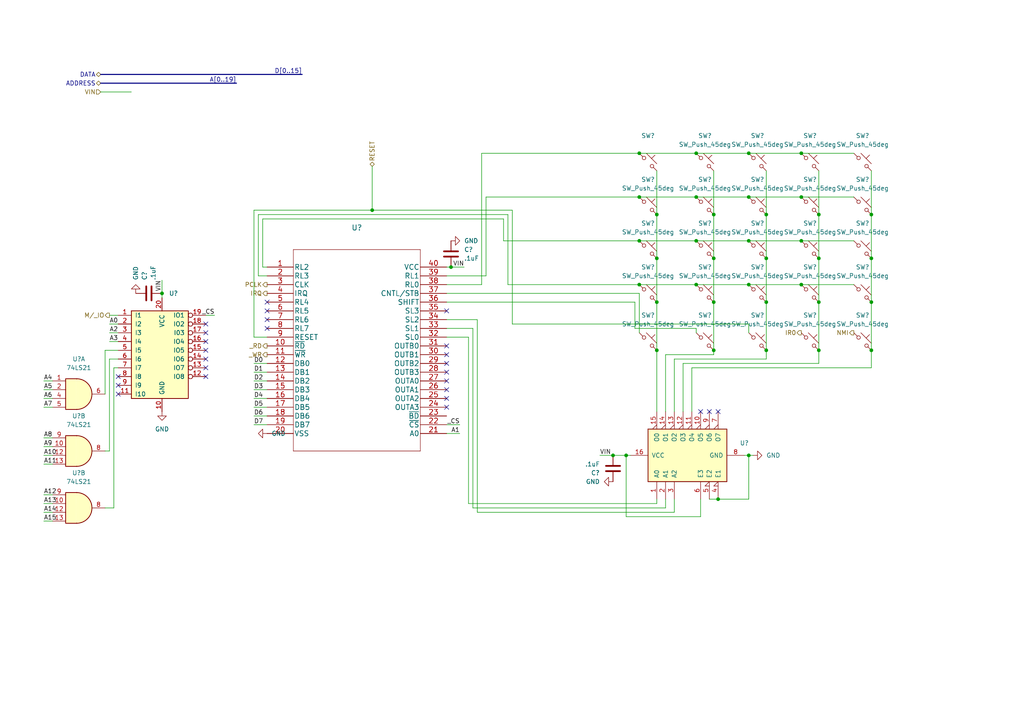
<source format=kicad_sch>
(kicad_sch (version 20211123) (generator eeschema)
  (paper "A4")
  (lib_symbols
    (symbol "74xx:74LS138" (pin_names (offset 1.016))
      (property "Reference" "U" (at -7.62 11.43 0))
      (property "Value" "74LS138" (at -7.62 -13.97 0))
      (symbol "74LS138_1_0"
        (pin input line (at -12.7 7.62 0) (length 5.08) (name "A0") (number "1"))
        (pin output output_low (at 12.7 -5.08 180) (length 5.08) (name "O5") (number "10"))
        (pin output output_low (at 12.7 -2.54 180) (length 5.08) (name "O4") (number "11"))
        (pin output output_low (at 12.7 0 180) (length 5.08) (name "O3") (number "12"))
        (pin output output_low (at 12.7 2.54 180) (length 5.08) (name "O2") (number "13"))
        (pin output output_low (at 12.7 5.08 180) (length 5.08) (name "O1") (number "14"))
        (pin output output_low (at 12.7 7.62 180) (length 5.08) (name "O0") (number "15"))
        (pin power_in line (at 0 15.24 270) (length 5.08) (name "VCC") (number "16"))
        (pin input line (at -12.7 5.08 0) (length 5.08) (name "A1") (number "2"))
        (pin input line (at -12.7 2.54 0) (length 5.08) (name "A2") (number "3"))
        (pin input input_low (at -12.7 -10.16 0) (length 5.08) (name "E1") (number "4"))
        (pin input input_low (at -12.7 -7.62 0) (length 5.08) (name "E2") (number "5"))
        (pin input line (at -12.7 -5.08 0) (length 5.08) (name "E3") (number "6"))
        (pin output output_low (at 12.7 -10.16 180) (length 5.08) (name "O7") (number "7"))
        (pin power_in line (at 0 -17.78 90) (length 5.08) (name "GND") (number "8"))
        (pin output output_low (at 12.7 -7.62 180) (length 5.08) (name "O6") (number "9"))
      )
      (symbol "74LS138_1_1"
        (rectangle (start -7.62 10.16) (end 7.62 -12.7) (stroke (width 0.254)) (fill (type background)))
      )
    )
    (symbol "74xx:74LS21" (pin_names (offset 1.016))
      (property "Reference" "U" (at 0 1.27 0))
      (property "Value" "74LS21" (at 0 -1.27 0))
      (symbol "74LS21_1_1"
        (arc (start -0.635 -4.445) (mid 3.81 0) (end -0.635 4.445) (stroke (width 0.254)) (fill (type background)))
        (polyline (pts (xy -0.635 4.445) (xy -3.81 4.445) (xy -3.81 -4.445) (xy -0.635 -4.445)) (stroke (width 0.254)) (fill (type background)))
        (pin input line (at -7.62 3.81 0) (length 3.81) (name "~") (number "1"))
        (pin input line (at -7.62 1.27 0) (length 3.81) (name "~") (number "2"))
        (pin input line (at -7.62 -1.27 0) (length 3.81) (name "~") (number "4"))
        (pin input line (at -7.62 -3.81 0) (length 3.81) (name "~") (number "5"))
        (pin output line (at 7.62 0 180) (length 3.81) (name "~") (number "6"))
      )
      (symbol "74LS21_1_2"
        (arc (start -3.81 -4.445) (mid -2.5908 0) (end -3.81 4.445) (stroke (width 0.254)))
        (arc (start -0.6096 -4.445) (mid 2.2246 -2.8422) (end 3.81 0) (stroke (width 0.254)) (fill (type background)))
        (polyline (pts (xy -3.81 -4.445) (xy -0.635 -4.445)) (stroke (width 0.254)) (fill (type background)))
        (polyline (pts (xy -3.81 4.445) (xy -0.635 4.445)) (stroke (width 0.254)) (fill (type background)))
        (polyline (pts (xy -0.635 4.445) (xy -3.81 4.445) (xy -3.81 4.445) (xy -3.6322 4.0894) (xy -3.0988 2.921) (xy -2.7686 1.6764) (xy -2.6162 0.4318) (xy -2.6416 -0.8636) (xy -2.8702 -2.1082) (xy -3.2512 -3.3274) (xy -3.81 -4.445) (xy -3.81 -4.445) (xy -0.635 -4.445)) (stroke (width -25.4)) (fill (type background)))
        (arc (start 3.81 0) (mid 2.2204 2.8379) (end -0.6096 4.445) (stroke (width 0.254)) (fill (type background)))
        (pin input inverted (at -7.62 3.81 0) (length 3.81) (name "~") (number "1"))
        (pin input inverted (at -7.62 1.27 0) (length 4.826) (name "~") (number "2"))
        (pin input inverted (at -7.62 -1.27 0) (length 4.826) (name "~") (number "4"))
        (pin input inverted (at -7.62 -3.81 0) (length 3.81) (name "~") (number "5"))
        (pin output inverted (at 7.62 0 180) (length 3.81) (name "~") (number "6"))
      )
      (symbol "74LS21_2_1"
        (arc (start -0.635 -4.445) (mid 3.81 0) (end -0.635 4.445) (stroke (width 0.254)) (fill (type background)))
        (polyline (pts (xy -0.635 4.445) (xy -3.81 4.445) (xy -3.81 -4.445) (xy -0.635 -4.445)) (stroke (width 0.254)) (fill (type background)))
        (pin input line (at -7.62 1.27 0) (length 3.81) (name "~") (number "10"))
        (pin input line (at -7.62 -1.27 0) (length 3.81) (name "~") (number "12"))
        (pin input line (at -7.62 -3.81 0) (length 3.81) (name "~") (number "13"))
        (pin output line (at 7.62 0 180) (length 3.81) (name "~") (number "8"))
        (pin input line (at -7.62 3.81 0) (length 3.81) (name "~") (number "9"))
      )
      (symbol "74LS21_2_2"
        (arc (start -3.81 -4.445) (mid -2.5908 0) (end -3.81 4.445) (stroke (width 0.254)))
        (arc (start -0.6096 -4.445) (mid 2.2246 -2.8422) (end 3.81 0) (stroke (width 0.254)) (fill (type background)))
        (polyline (pts (xy -3.81 -4.445) (xy -0.635 -4.445)) (stroke (width 0.254)) (fill (type background)))
        (polyline (pts (xy -3.81 4.445) (xy -0.635 4.445)) (stroke (width 0.254)) (fill (type background)))
        (polyline (pts (xy -0.635 4.445) (xy -3.81 4.445) (xy -3.81 4.445) (xy -3.6322 4.0894) (xy -3.0988 2.921) (xy -2.7686 1.6764) (xy -2.6162 0.4318) (xy -2.6416 -0.8636) (xy -2.8702 -2.1082) (xy -3.2512 -3.3274) (xy -3.81 -4.445) (xy -3.81 -4.445) (xy -0.635 -4.445)) (stroke (width -25.4)) (fill (type background)))
        (arc (start 3.81 0) (mid 2.2204 2.8379) (end -0.6096 4.445) (stroke (width 0.254)) (fill (type background)))
        (pin input inverted (at -7.62 1.27 0) (length 4.826) (name "~") (number "10"))
        (pin input inverted (at -7.62 -1.27 0) (length 4.826) (name "~") (number "12"))
        (pin input inverted (at -7.62 -3.81 0) (length 3.81) (name "~") (number "13"))
        (pin output inverted (at 7.62 0 180) (length 3.81) (name "~") (number "8"))
        (pin input inverted (at -7.62 3.81 0) (length 3.81) (name "~") (number "9"))
      )
      (symbol "74LS21_3_0"
        (pin power_in line (at 0 12.7 270) (length 5.08) (name "VCC") (number "14"))
        (pin power_in line (at 0 -12.7 90) (length 5.08) (name "GND") (number "7"))
      )
      (symbol "74LS21_3_1"
        (rectangle (start -5.08 7.62) (end 5.08 -7.62) (stroke (width 0.254)) (fill (type background)))
      )
    )
    (symbol "Device:C" (pin_numbers hide) (pin_names (offset 0.254))
      (property "Reference" "C" (at 0.635 2.54 0))
      (property "Value" "C" (at 0.635 -2.54 0))
      (symbol "C_0_1"
        (polyline (pts (xy -2.032 -0.762) (xy 2.032 -0.762)) (stroke (width 0.508)))
        (polyline (pts (xy -2.032 0.762) (xy 2.032 0.762)) (stroke (width 0.508)))
      )
      (symbol "C_1_1"
        (pin passive line (at 0 3.81 270) (length 2.794) (name "~") (number "1"))
        (pin passive line (at 0 -3.81 90) (length 2.794) (name "~") (number "2"))
      )
    )
    (symbol "Logic_Programmable:PAL16L8" (pin_names (offset 1.016))
      (property "Reference" "U" (at -8.89 16.51 0))
      (property "Value" "PAL16L8" (at 1.27 16.51 0))
      (symbol "PAL16L8_0_0"
        (pin power_in line (at 0 -15.24 90) (length 3.81) (name "GND") (number "10"))
        (pin power_in line (at 0 17.78 270) (length 3.81) (name "VCC") (number "20"))
      )
      (symbol "PAL16L8_0_1"
        (rectangle (start -8.89 13.97) (end 7.62 -11.43) (stroke (width 0.254)) (fill (type background)))
      )
      (symbol "PAL16L8_1_1"
        (pin input line (at -12.7 12.7 0) (length 3.81) (name "I1") (number "1"))
        (pin input line (at -12.7 -10.16 0) (length 3.81) (name "I10") (number "11"))
        (pin tri_state inverted (at 12.7 -5.08 180) (length 5.08) (name "IO8") (number "12"))
        (pin tri_state inverted (at 12.7 -2.54 180) (length 5.08) (name "IO7") (number "13"))
        (pin tri_state inverted (at 12.7 0 180) (length 5.08) (name "IO6") (number "14"))
        (pin tri_state inverted (at 12.7 2.54 180) (length 5.08) (name "IO5") (number "15"))
        (pin tri_state inverted (at 12.7 5.08 180) (length 5.08) (name "IO4") (number "16"))
        (pin tri_state inverted (at 12.7 7.62 180) (length 5.08) (name "I03") (number "17"))
        (pin tri_state inverted (at 12.7 10.16 180) (length 5.08) (name "IO2") (number "18"))
        (pin tri_state inverted (at 12.7 12.7 180) (length 5.08) (name "IO1") (number "19"))
        (pin input line (at -12.7 10.16 0) (length 3.81) (name "I2") (number "2"))
        (pin input line (at -12.7 7.62 0) (length 3.81) (name "I3") (number "3"))
        (pin input line (at -12.7 5.08 0) (length 3.81) (name "I4") (number "4"))
        (pin input line (at -12.7 2.54 0) (length 3.81) (name "I5") (number "5"))
        (pin input line (at -12.7 0 0) (length 3.81) (name "I6") (number "6"))
        (pin input line (at -12.7 -2.54 0) (length 3.81) (name "I7") (number "7"))
        (pin input line (at -12.7 -5.08 0) (length 3.81) (name "I8") (number "8"))
        (pin input line (at -12.7 -7.62 0) (length 3.81) (name "I9") (number "9"))
      )
    )
    (symbol "Switch:SW_Push_45deg" (pin_numbers hide) (pin_names (offset 1.016) hide)
      (property "Reference" "SW" (at 3.048 1.016 0))
      (property "Value" "SW_Push_45deg" (at 0 -3.81 0))
      (symbol "SW_Push_45deg_0_1"
        (circle (center -1.1684 1.1684) (radius 0.508))
        (polyline (pts (xy -0.508 2.54) (xy 2.54 -0.508)))
        (polyline (pts (xy 1.016 1.016) (xy 2.032 2.032)))
        (polyline (pts (xy -2.54 2.54) (xy -1.524 1.524) (xy -1.524 1.524)))
        (polyline (pts (xy 1.524 -1.524) (xy 2.54 -2.54) (xy 2.54 -2.54) (xy 2.54 -2.54)))
        (circle (center 1.143 -1.1938) (radius 0.508))
        (pin passive line (at -2.54 2.54 0) (length 0) (name "1") (number "1"))
        (pin passive line (at 2.54 -2.54 180) (length 0) (name "2") (number "2"))
      )
    )
    (symbol "pkd8279:pkd8279" (pin_names (offset 0.254))
      (property "Reference" "U" (at 25.4 13.97 0))
      (property "Value" "pkd8279" (at 25.4 11.43 0))
      (symbol "pkd8279_0_1"
        (rectangle (start 7.62 -53.34) (end 44.45 -53.34))
        (rectangle (start 7.62 5.08) (end 44.45 5.08))
      )
      (symbol "pkd8279_1_1"
        (polyline (pts (xy 7.62 5.08) (xy 7.62 -53.34)) (stroke (width 0.127)))
        (polyline (pts (xy 44.45 -53.34) (xy 44.45 5.08)) (stroke (width 0.127)))
        (pin unspecified line (at 0 0 0) (length 7.62) (name "RL2") (number "1"))
        (pin unspecified line (at 0 -22.86 0) (length 7.62) (name "~{RD}") (number "10"))
        (pin unspecified line (at 0 -25.4 0) (length 7.62) (name "~{WR}") (number "11"))
        (pin unspecified line (at 0 -27.94 0) (length 7.62) (name "DB0") (number "12"))
        (pin unspecified line (at 0 -30.48 0) (length 7.62) (name "DB1") (number "13"))
        (pin unspecified line (at 0 -33.02 0) (length 7.62) (name "DB2") (number "14"))
        (pin unspecified line (at 0 -35.56 0) (length 7.62) (name "DB3") (number "15"))
        (pin unspecified line (at 0 -38.1 0) (length 7.62) (name "DB4") (number "16"))
        (pin unspecified line (at 0 -40.64 0) (length 7.62) (name "DB5") (number "17"))
        (pin unspecified line (at 0 -43.18 0) (length 7.62) (name "DB6") (number "18"))
        (pin unspecified line (at 0 -45.72 0) (length 7.62) (name "DB7") (number "19"))
        (pin unspecified line (at 0 -2.54 0) (length 7.62) (name "RL3") (number "2"))
        (pin unspecified line (at 0 -48.26 0) (length 7.62) (name "VSS") (number "20"))
        (pin unspecified line (at 52.07 -48.26 180) (length 7.62) (name "A0") (number "21"))
        (pin unspecified line (at 52.07 -45.72 180) (length 7.62) (name "~{CS}") (number "22"))
        (pin unspecified line (at 52.07 -43.18 180) (length 7.62) (name "~{BD}") (number "23"))
        (pin unspecified line (at 52.07 -40.64 180) (length 7.62) (name "OUTA3") (number "24"))
        (pin unspecified line (at 52.07 -38.1 180) (length 7.62) (name "OUTA2") (number "25"))
        (pin unspecified line (at 52.07 -35.56 180) (length 7.62) (name "OUTA1") (number "26"))
        (pin unspecified line (at 52.07 -33.02 180) (length 7.62) (name "OUTA0") (number "27"))
        (pin unspecified line (at 52.07 -30.48 180) (length 7.62) (name "OUTB3") (number "28"))
        (pin unspecified line (at 52.07 -27.94 180) (length 7.62) (name "OUTB2") (number "29"))
        (pin unspecified line (at 0 -5.08 0) (length 7.62) (name "CLK") (number "3"))
        (pin unspecified line (at 52.07 -25.4 180) (length 7.62) (name "OUTB1") (number "30"))
        (pin unspecified line (at 52.07 -22.86 180) (length 7.62) (name "OUTB0") (number "31"))
        (pin unspecified line (at 52.07 -20.32 180) (length 7.62) (name "SL0") (number "32"))
        (pin unspecified line (at 52.07 -17.78 180) (length 7.62) (name "SL1") (number "33"))
        (pin unspecified line (at 52.07 -15.24 180) (length 7.62) (name "SL2") (number "34"))
        (pin unspecified line (at 52.07 -12.7 180) (length 7.62) (name "SL3") (number "35"))
        (pin unspecified line (at 52.07 -10.16 180) (length 7.62) (name "SHIFT") (number "36"))
        (pin unspecified line (at 52.07 -7.62 180) (length 7.62) (name "CNTL/STB") (number "37"))
        (pin unspecified line (at 52.07 -5.08 180) (length 7.62) (name "RL0") (number "38"))
        (pin unspecified line (at 52.07 -2.54 180) (length 7.62) (name "RL1") (number "39"))
        (pin unspecified line (at 0 -7.62 0) (length 7.62) (name "IRQ") (number "4"))
        (pin unspecified line (at 52.07 0 180) (length 7.62) (name "VCC") (number "40"))
        (pin unspecified line (at 0 -10.16 0) (length 7.62) (name "RL4") (number "5"))
        (pin unspecified line (at 0 -12.7 0) (length 7.62) (name "RL5") (number "6"))
        (pin unspecified line (at 0 -15.24 0) (length 7.62) (name "RL6") (number "7"))
        (pin unspecified line (at 0 -17.78 0) (length 7.62) (name "RL7") (number "8"))
        (pin unspecified line (at 0 -20.32 0) (length 7.62) (name "RESET") (number "9"))
      )
    )
    (symbol "power:GND" (power) (pin_names (offset 0))
      (property "Value" "GND" (at 0 -3.81 0))
      (symbol "GND_0_1"
        (polyline (pts (xy 0 0) (xy 0 -1.27) (xy 1.27 -1.27) (xy 0 -2.54) (xy -1.27 -1.27) (xy 0 -1.27)))
      )
      (symbol "GND_1_1"
        (pin power_in line (at 0 0 270) (length 0) hide (name "GND") (number "1"))
      )
    )
  )
  (junction (at 222.25 74.93))
  (junction (at 217.17 44.45))
  (junction (at 177.8 132.08))
  (junction (at 207.01 62.23))
  (junction (at 46.99 85.09))
  (junction (at 252.73 101.6))
  (junction (at 222.25 87.63))
  (junction (at 217.17 57.15))
  (junction (at 185.42 82.55))
  (junction (at 107.95 60.96))
  (junction (at 185.42 44.45))
  (junction (at 207.01 74.93))
  (junction (at 237.49 74.93))
  (junction (at 207.01 101.6))
  (junction (at 252.73 87.63))
  (junction (at 190.5 62.23))
  (junction (at 201.93 69.85))
  (junction (at 237.49 87.63))
  (junction (at 190.5 87.63))
  (junction (at 237.49 62.23))
  (junction (at 185.42 57.15))
  (junction (at 232.41 69.85))
  (junction (at 252.73 62.23))
  (junction (at 237.49 101.6))
  (junction (at 185.42 69.85))
  (junction (at 208.28 144.78))
  (junction (at 201.93 44.45))
  (junction (at 190.5 74.93))
  (junction (at 222.25 62.23))
  (junction (at 232.41 44.45))
  (junction (at 232.41 82.55))
  (junction (at 201.93 57.15))
  (junction (at 232.41 57.15))
  (junction (at 217.17 132.08))
  (junction (at 181.61 132.08))
  (junction (at 190.5 101.6))
  (junction (at 217.17 69.85))
  (junction (at 222.25 101.6))
  (junction (at 207.01 87.63))
  (junction (at 130.81 77.47))
  (junction (at 201.93 82.55))
  (junction (at 217.17 82.55))
  (junction (at 252.73 74.93))
  (no_connect (at 77.47 87.63))
  (no_connect (at 77.47 90.17))
  (no_connect (at 77.47 92.71))
  (no_connect (at 77.47 95.25))
  (no_connect (at 129.54 100.33))
  (no_connect (at 129.54 102.87))
  (no_connect (at 129.54 105.41))
  (no_connect (at 129.54 107.95))
  (no_connect (at 129.54 110.49))
  (no_connect (at 129.54 113.03))
  (no_connect (at 129.54 115.57))
  (no_connect (at 129.54 90.17))
  (no_connect (at 129.54 118.11))
  (no_connect (at 203.2 119.38))
  (no_connect (at 205.74 119.38))
  (no_connect (at 208.28 119.38))
  (no_connect (at 59.69 106.68))
  (no_connect (at 59.69 109.22))
  (no_connect (at 34.29 109.22))
  (no_connect (at 34.29 111.76))
  (no_connect (at 34.29 114.3))
  (no_connect (at 59.69 93.98))
  (no_connect (at 59.69 96.52))
  (no_connect (at 59.69 99.06))
  (no_connect (at 59.69 101.6))
  (no_connect (at 59.69 104.14))
  (wire (pts (xy 74.93 80.01) (xy 77.47 80.01)))
  (wire (pts (xy 217.17 57.15) (xy 232.41 57.15)))
  (wire (pts (xy 222.25 101.6) (xy 222.25 104.14)))
  (wire (pts (xy 73.66 105.41) (xy 77.47 105.41)))
  (wire (pts (xy 129.54 125.73) (xy 133.35 125.73)))
  (wire (pts (xy 46.99 85.09) (xy 46.99 86.36)))
  (wire (pts (xy 252.73 49.53) (xy 252.73 62.23)))
  (wire (pts (xy 130.81 77.47) (xy 129.54 77.47)))
  (wire (pts (xy 193.04 144.78) (xy 193.04 147.32)))
  (wire (pts (xy 222.25 49.53) (xy 222.25 62.23)))
  (wire (pts (xy 134.62 77.47) (xy 130.81 77.47)))
  (wire (pts (xy 139.7 82.55) (xy 129.54 82.55)))
  (wire (pts (xy 198.12 105.41) (xy 198.12 119.38)))
  (wire (pts (xy 201.93 96.52) (xy 201.93 95.25)))
  (wire (pts (xy 147.32 62.23) (xy 74.93 62.23)))
  (wire (pts (xy 140.97 57.15) (xy 185.42 57.15)))
  (wire (pts (xy 177.8 132.08) (xy 181.61 132.08)))
  (wire (pts (xy 12.7 146.05) (xy 15.24 146.05)))
  (wire (pts (xy 217.17 96.52) (xy 217.17 93.98)))
  (wire (pts (xy 12.7 115.57) (xy 15.24 115.57)))
  (wire (pts (xy 207.01 62.23) (xy 207.01 74.93)))
  (wire (pts (xy 190.5 49.53) (xy 190.5 62.23)))
  (wire (pts (xy 185.42 69.85) (xy 201.93 69.85)))
  (wire (pts (xy 217.17 44.45) (xy 232.41 44.45)))
  (wire (pts (xy 190.5 87.63) (xy 190.5 101.6)))
  (wire (pts (xy 252.73 87.63) (xy 252.73 101.6)))
  (wire (pts (xy 30.48 114.3) (xy 30.48 101.6)))
  (wire (pts (xy 147.32 82.55) (xy 185.42 82.55)))
  (wire (pts (xy 30.48 130.81) (xy 31.75 130.81)))
  (wire (pts (xy 217.17 82.55) (xy 232.41 82.55)))
  (wire (pts (xy 190.5 144.78) (xy 190.5 146.05)))
  (wire (pts (xy 146.05 69.85) (xy 146.05 63.5)))
  (wire (pts (xy 207.01 49.53) (xy 207.01 62.23)))
  (wire (pts (xy 185.42 82.55) (xy 201.93 82.55)))
  (wire (pts (xy 31.75 104.14) (xy 34.29 104.14)))
  (wire (pts (xy 237.49 62.23) (xy 237.49 74.93)))
  (wire (pts (xy 12.7 127) (xy 15.24 127)))
  (wire (pts (xy 12.7 143.51) (xy 15.24 143.51)))
  (wire (pts (xy 185.42 57.15) (xy 201.93 57.15)))
  (wire (pts (xy 185.42 85.09) (xy 129.54 85.09)))
  (wire (pts (xy 217.17 69.85) (xy 232.41 69.85)))
  (wire (pts (xy 207.01 101.6) (xy 207.01 102.87)))
  (wire (pts (xy 148.59 60.96) (xy 107.95 60.96)))
  (wire (pts (xy 12.7 113.03) (xy 15.24 113.03)))
  (wire (pts (xy 181.61 149.86) (xy 181.61 132.08)))
  (wire (pts (xy 146.05 63.5) (xy 76.2 63.5)))
  (wire (pts (xy 73.66 107.95) (xy 77.47 107.95)))
  (wire (pts (xy 201.93 82.55) (xy 217.17 82.55)))
  (wire (pts (xy 237.49 49.53) (xy 237.49 62.23)))
  (wire (pts (xy 218.44 132.08) (xy 217.17 132.08)))
  (wire (pts (xy 190.5 101.6) (xy 190.5 119.38)))
  (wire (pts (xy 138.43 92.71) (xy 129.54 92.71)))
  (wire (pts (xy 76.2 77.47) (xy 77.47 77.47)))
  (wire (pts (xy 148.59 93.98) (xy 148.59 60.96)))
  (wire (pts (xy 74.93 62.23) (xy 74.93 80.01)))
  (wire (pts (xy 12.7 134.62) (xy 15.24 134.62)))
  (wire (pts (xy 137.16 95.25) (xy 129.54 95.25)))
  (wire (pts (xy 203.2 144.78) (xy 203.2 149.86)))
  (wire (pts (xy 12.7 110.49) (xy 15.24 110.49)))
  (wire (pts (xy 33.02 106.68) (xy 34.29 106.68)))
  (wire (pts (xy 237.49 105.41) (xy 198.12 105.41)))
  (wire (pts (xy 181.61 132.08) (xy 182.88 132.08)))
  (wire (pts (xy 129.54 87.63) (xy 184.15 87.63)))
  (wire (pts (xy 252.73 106.68) (xy 200.66 106.68)))
  (wire (pts (xy 129.54 123.19) (xy 133.35 123.19)))
  (wire (pts (xy 31.75 96.52) (xy 34.29 96.52)))
  (wire (pts (xy 217.17 132.08) (xy 215.9 132.08)))
  (bus (pts (xy 29.21 21.59) (xy 87.63 21.59)))
  (wire (pts (xy 185.42 44.45) (xy 201.93 44.45)))
  (wire (pts (xy 135.89 97.79) (xy 129.54 97.79)))
  (wire (pts (xy 30.48 101.6) (xy 34.29 101.6)))
  (wire (pts (xy 222.25 87.63) (xy 222.25 101.6)))
  (wire (pts (xy 222.25 62.23) (xy 222.25 74.93)))
  (wire (pts (xy 139.7 44.45) (xy 185.42 44.45)))
  (wire (pts (xy 200.66 106.68) (xy 200.66 119.38)))
  (wire (pts (xy 140.97 57.15) (xy 140.97 80.01)))
  (wire (pts (xy 232.41 57.15) (xy 247.65 57.15)))
  (wire (pts (xy 12.7 132.08) (xy 15.24 132.08)))
  (wire (pts (xy 30.48 147.32) (xy 33.02 147.32)))
  (wire (pts (xy 237.49 74.93) (xy 237.49 87.63)))
  (wire (pts (xy 147.32 82.55) (xy 147.32 62.23)))
  (wire (pts (xy 232.41 82.55) (xy 247.65 82.55)))
  (wire (pts (xy 237.49 101.6) (xy 237.49 105.41)))
  (wire (pts (xy 201.93 57.15) (xy 217.17 57.15)))
  (wire (pts (xy 139.7 44.45) (xy 139.7 82.55)))
  (wire (pts (xy 207.01 87.63) (xy 207.01 101.6)))
  (wire (pts (xy 31.75 91.44) (xy 34.29 91.44)))
  (wire (pts (xy 73.66 97.79) (xy 73.66 60.96)))
  (wire (pts (xy 207.01 74.93) (xy 207.01 87.63)))
  (wire (pts (xy 195.58 104.14) (xy 195.58 119.38)))
  (wire (pts (xy 12.7 118.11) (xy 15.24 118.11)))
  (wire (pts (xy 73.66 123.19) (xy 77.47 123.19)))
  (wire (pts (xy 195.58 148.59) (xy 138.43 148.59)))
  (wire (pts (xy 252.73 62.23) (xy 252.73 74.93)))
  (wire (pts (xy 185.42 96.52) (xy 185.42 85.09)))
  (wire (pts (xy 252.73 74.93) (xy 252.73 87.63)))
  (wire (pts (xy 107.95 60.96) (xy 107.95 48.26)))
  (wire (pts (xy 237.49 87.63) (xy 237.49 101.6)))
  (wire (pts (xy 31.75 93.98) (xy 34.29 93.98)))
  (wire (pts (xy 207.01 102.87) (xy 193.04 102.87)))
  (wire (pts (xy 73.66 118.11) (xy 77.47 118.11)))
  (wire (pts (xy 12.7 129.54) (xy 15.24 129.54)))
  (wire (pts (xy 146.05 69.85) (xy 185.42 69.85)))
  (wire (pts (xy 193.04 102.87) (xy 193.04 119.38)))
  (wire (pts (xy 217.17 132.08) (xy 217.17 144.78)))
  (wire (pts (xy 222.25 104.14) (xy 195.58 104.14)))
  (wire (pts (xy 76.2 63.5) (xy 76.2 77.47)))
  (wire (pts (xy 201.93 95.25) (xy 184.15 95.25)))
  (wire (pts (xy 77.47 97.79) (xy 73.66 97.79)))
  (wire (pts (xy 173.99 132.08) (xy 177.8 132.08)))
  (wire (pts (xy 73.66 60.96) (xy 107.95 60.96)))
  (wire (pts (xy 190.5 74.93) (xy 190.5 87.63)))
  (wire (pts (xy 129.54 80.01) (xy 140.97 80.01)))
  (wire (pts (xy 59.69 91.44) (xy 62.23 91.44)))
  (wire (pts (xy 29.21 26.67) (xy 38.1 26.67)))
  (wire (pts (xy 222.25 74.93) (xy 222.25 87.63)))
  (wire (pts (xy 190.5 146.05) (xy 135.89 146.05)))
  (wire (pts (xy 195.58 144.78) (xy 195.58 148.59)))
  (wire (pts (xy 232.41 69.85) (xy 247.65 69.85)))
  (wire (pts (xy 12.7 148.59) (xy 15.24 148.59)))
  (wire (pts (xy 12.7 151.13) (xy 15.24 151.13)))
  (wire (pts (xy 73.66 120.65) (xy 77.47 120.65)))
  (wire (pts (xy 193.04 147.32) (xy 137.16 147.32)))
  (wire (pts (xy 33.02 147.32) (xy 33.02 106.68)))
  (wire (pts (xy 217.17 144.78) (xy 208.28 144.78)))
  (wire (pts (xy 201.93 44.45) (xy 217.17 44.45)))
  (wire (pts (xy 73.66 115.57) (xy 77.47 115.57)))
  (wire (pts (xy 203.2 149.86) (xy 181.61 149.86)))
  (wire (pts (xy 138.43 148.59) (xy 138.43 92.71)))
  (wire (pts (xy 135.89 146.05) (xy 135.89 97.79)))
  (bus (pts (xy 29.21 24.13) (xy 68.58 24.13)))
  (wire (pts (xy 184.15 95.25) (xy 184.15 87.63)))
  (wire (pts (xy 31.75 99.06) (xy 34.29 99.06)))
  (wire (pts (xy 73.66 113.03) (xy 77.47 113.03)))
  (wire (pts (xy 46.99 81.28) (xy 46.99 85.09)))
  (wire (pts (xy 31.75 130.81) (xy 31.75 104.14)))
  (wire (pts (xy 217.17 93.98) (xy 148.59 93.98)))
  (wire (pts (xy 201.93 69.85) (xy 217.17 69.85)))
  (wire (pts (xy 137.16 147.32) (xy 137.16 95.25)))
  (wire (pts (xy 190.5 62.23) (xy 190.5 74.93)))
  (wire (pts (xy 232.41 44.45) (xy 247.65 44.45)))
  (wire (pts (xy 208.28 144.78) (xy 205.74 144.78)))
  (wire (pts (xy 73.66 110.49) (xy 77.47 110.49)))
  (wire (pts (xy 252.73 101.6) (xy 252.73 106.68)))
  (label "A3" (at 31.75 99.06 0))
  (label "_CS" (at 133.35 123.19 180))
  (label "VIN" (at 134.62 77.47 180))
  (label "A0" (at 31.75 93.98 0))
  (label "A10" (at 12.7 132.08 0))
  (label "D2" (at 73.66 110.49 0))
  (label "A7" (at 12.7 118.11 0))
  (label "A4" (at 12.7 110.49 0))
  (label "A[0..19]" (at 68.58 24.13 180))
  (label "A15" (at 12.7 151.13 0))
  (label "A14" (at 12.7 148.59 0))
  (label "A12" (at 12.7 143.51 0))
  (label "A2" (at 31.75 96.52 0))
  (label "VIN" (at 173.99 132.08 0))
  (label "A1" (at 133.35 125.73 180))
  (label "_CS" (at 62.23 91.44 180))
  (label "A13" (at 12.7 146.05 0))
  (label "A5" (at 12.7 113.03 0))
  (label "D[0..15]" (at 87.63 21.59 180))
  (label "A8" (at 12.7 127 0))
  (label "D4" (at 73.66 115.57 0))
  (label "A9" (at 12.7 129.54 0))
  (label "D7" (at 73.66 123.19 0))
  (label "A6" (at 12.7 115.57 0))
  (label "VIN" (at 46.99 81.28 270))
  (label "D6" (at 73.66 120.65 0))
  (label "D3" (at 73.66 113.03 0))
  (label "D0" (at 73.66 105.41 0))
  (label "D1" (at 73.66 107.95 0))
  (label "D5" (at 73.66 118.11 0))
  (label "A11" (at 12.7 134.62 0))
  (hierarchical_label "IRQ" (shape output) (at 77.47 85.09 180))
  (hierarchical_label "PCLK" (shape output) (at 77.47 82.55 180))
  (hierarchical_label "NMI" (shape output) (at 247.65 96.52 180))
  (hierarchical_label "ADDRESS" (shape bidirectional) (at 29.21 24.13 180))
  (hierarchical_label "M{slash}_IO" (shape output) (at 31.75 91.44 180))
  (hierarchical_label "DATA" (shape bidirectional) (at 29.21 21.59 180))
  (hierarchical_label "_WR" (shape output) (at 77.47 102.87 180))
  (hierarchical_label "IR0" (shape output) (at 232.41 96.52 180))
  (hierarchical_label "RESET" (shape bidirectional) (at 107.95 48.26 90))
  (hierarchical_label "VIN" (shape input) (at 29.21 26.67 180))
  (hierarchical_label "_RD" (shape output) (at 77.47 100.33 180))
  (symbol (lib_id "power:GND") (at 39.37 85.09 180) (unit 1)
    (property "Reference" "#PWR?" (effects hide))
    (property "Value" "GND" (at 39.3699 81.28 90) (effects (justify right)))
  )
  (symbol (lib_id "Device:C") (at 43.18 85.09 90) (unit 1)
    (property "Reference" "C?" (at 41.9099 81.28 0) (effects (justify left)))
    (property "Value" ".1uF" (at 44.4499 81.28 0) (effects (justify left)))
  )
  (symbol (lib_id "Switch:SW_Push_45deg") (at 219.71 46.99 0) (unit 1)
    (property "Reference" "SW?" (at 219.71 39.37 0))
    (property "Value" "SW_Push_45deg" (at 219.71 41.91 0))
  )
  (symbol (lib_id "Switch:SW_Push_45deg") (at 250.19 85.09 0) (unit 1)
    (property "Reference" "SW?" (at 250.19 77.47 0))
    (property "Value" "SW_Push_45deg" (at 250.19 80.01 0))
  )
  (symbol (lib_id "Switch:SW_Push_45deg") (at 219.71 99.06 0) (unit 1)
    (property "Reference" "SW?" (at 219.71 91.44 0))
    (property "Value" "SW_Push_45deg" (at 219.71 93.98 0))
  )
  (symbol (lib_id "74xx:74LS21") (at 22.86 147.32 0) (unit 2)
    (property "Reference" "U?" (at 22.86 137.16 0))
    (property "Value" "74LS21" (at 22.86 139.7 0))
    (property "Datasheet" "http://www.ti.com/lit/gpn/sn74LS21" (effects hide))
  )
  (symbol (lib_id "Switch:SW_Push_45deg") (at 250.19 72.39 0) (unit 1)
    (property "Reference" "SW?" (at 250.19 64.77 0))
    (property "Value" "SW_Push_45deg" (at 250.19 67.31 0))
  )
  (symbol (lib_id "power:GND") (at 77.47 125.73 270) (unit 1)
    (property "Reference" "#PWR?" (effects hide))
    (property "Value" "GND" (at 78.74 125.7299 90) (effects (justify left)))
  )
  (symbol (lib_id "Device:C") (at 130.81 73.66 0) (unit 1)
    (property "Reference" "C?" (at 134.62 72.3899 0) (effects (justify left)))
    (property "Value" ".1uF" (at 134.62 74.9299 0) (effects (justify left)))
  )
  (symbol (lib_id "Switch:SW_Push_45deg") (at 204.47 46.99 0) (unit 1)
    (property "Reference" "SW?" (at 204.47 39.37 0))
    (property "Value" "SW_Push_45deg" (at 204.47 41.91 0))
  )
  (symbol (lib_id "Switch:SW_Push_45deg") (at 219.71 85.09 0) (unit 1)
    (property "Reference" "SW?" (at 219.71 77.47 0))
    (property "Value" "SW_Push_45deg" (at 219.71 80.01 0))
  )
  (symbol (lib_id "Switch:SW_Push_45deg") (at 204.47 59.69 0) (unit 1)
    (property "Reference" "SW?" (at 204.47 52.07 0))
    (property "Value" "SW_Push_45deg" (at 204.47 54.61 0))
  )
  (symbol (lib_id "74xx:74LS138") (at 198.12 132.08 90) (unit 1)
    (property "Reference" "U?" (at 215.9 128.4986 90))
    (property "Datasheet" "http://www.ti.com/lit/gpn/sn74LS138" (effects hide))
  )
  (symbol (lib_id "Switch:SW_Push_45deg") (at 187.96 59.69 0) (unit 1)
    (property "Reference" "SW?" (at 187.96 52.07 0))
    (property "Value" "SW_Push_45deg" (at 187.96 54.61 0))
  )
  (symbol (lib_id "Switch:SW_Push_45deg") (at 250.19 59.69 0) (unit 1)
    (property "Reference" "SW?" (at 250.19 52.07 0))
    (property "Value" "SW_Push_45deg" (at 250.19 54.61 0))
  )
  (symbol (lib_id "Switch:SW_Push_45deg") (at 187.96 99.06 0) (unit 1)
    (property "Reference" "SW?" (at 187.96 91.44 0))
    (property "Value" "SW_Push_45deg" (at 187.96 93.98 0))
  )
  (symbol (lib_id "Device:C") (at 177.8 135.89 180) (unit 1)
    (property "Reference" "C?" (at 173.99 137.1601 0) (effects (justify left)))
    (property "Value" ".1uF" (at 173.99 134.6201 0) (effects (justify left)))
  )
  (symbol (lib_id "Switch:SW_Push_45deg") (at 250.19 46.99 0) (unit 1)
    (property "Reference" "SW?" (at 250.19 39.37 0))
    (property "Value" "SW_Push_45deg" (at 250.19 41.91 0))
  )
  (symbol (lib_id "power:GND") (at 177.8 139.7 270) (unit 1)
    (property "Reference" "#PWR?" (effects hide))
    (property "Value" "GND" (at 173.99 139.7001 90) (effects (justify right)))
  )
  (symbol (lib_id "Switch:SW_Push_45deg") (at 234.95 85.09 0) (unit 1)
    (property "Reference" "SW?" (at 234.95 77.47 0))
    (property "Value" "SW_Push_45deg" (at 234.95 80.01 0))
  )
  (symbol (lib_id "Switch:SW_Push_45deg") (at 250.19 99.06 0) (unit 1)
    (property "Reference" "SW?" (at 250.19 91.44 0))
    (property "Value" "SW_Push_45deg" (at 250.19 93.98 0))
  )
  (symbol (lib_id "Switch:SW_Push_45deg") (at 234.95 59.69 0) (unit 1)
    (property "Reference" "SW?" (at 234.95 52.07 0))
    (property "Value" "SW_Push_45deg" (at 234.95 54.61 0))
  )
  (symbol (lib_id "Switch:SW_Push_45deg") (at 234.95 46.99 0) (unit 1)
    (property "Reference" "SW?" (at 234.95 39.37 0))
    (property "Value" "SW_Push_45deg" (at 234.95 41.91 0))
  )
  (symbol (lib_id "power:GND") (at 130.81 69.85 90) (unit 1)
    (property "Reference" "#PWR?" (effects hide))
    (property "Value" "GND" (at 134.62 69.8499 90) (effects (justify right)))
  )
  (symbol (lib_id "pkd8279:pkd8279") (at 77.47 77.47 0) (unit 1)
    (property "Reference" "U?" (at 103.505 66.04 0) (effects (font (size 1.524 1.524))))
  )
  (symbol (lib_id "Switch:SW_Push_45deg") (at 187.96 85.09 0) (unit 1)
    (property "Reference" "SW?" (at 187.96 77.47 0))
    (property "Value" "SW_Push_45deg" (at 187.96 80.01 0))
  )
  (symbol (lib_id "Switch:SW_Push_45deg") (at 234.95 72.39 0) (unit 1)
    (property "Reference" "SW?" (at 234.95 64.77 0))
    (property "Value" "SW_Push_45deg" (at 234.95 67.31 0))
  )
  (symbol (lib_id "Switch:SW_Push_45deg") (at 187.96 46.99 0) (unit 1)
    (property "Reference" "SW?" (at 187.96 39.37 0))
  )
  (symbol (lib_id "Switch:SW_Push_45deg") (at 204.47 99.06 0) (unit 1)
    (property "Reference" "SW?" (at 204.47 91.44 0))
    (property "Value" "SW_Push_45deg" (at 204.47 93.98 0))
  )
  (symbol (lib_id "74xx:74LS21") (at 22.86 130.81 0) (unit 2)
    (property "Reference" "U?" (at 22.86 120.65 0))
    (property "Value" "74LS21" (at 22.86 123.19 0))
    (property "Datasheet" "http://www.ti.com/lit/gpn/sn74LS21" (effects hide))
  )
  (symbol (lib_id "Switch:SW_Push_45deg") (at 219.71 59.69 0) (unit 1)
    (property "Reference" "SW?" (at 219.71 52.07 0))
    (property "Value" "SW_Push_45deg" (at 219.71 54.61 0))
  )
  (symbol (lib_id "74xx:74LS21") (at 22.86 114.3 0) (unit 1)
    (property "Reference" "U?" (at 22.86 104.14 0))
    (property "Value" "74LS21" (at 22.86 106.68 0))
    (property "Datasheet" "http://www.ti.com/lit/gpn/sn74LS21" (effects hide))
  )
  (symbol (lib_id "Switch:SW_Push_45deg") (at 219.71 72.39 0) (unit 1)
    (property "Reference" "SW?" (at 219.71 64.77 0))
    (property "Value" "SW_Push_45deg" (at 219.71 67.31 0))
  )
  (symbol (lib_id "Switch:SW_Push_45deg") (at 204.47 85.09 0) (unit 1)
    (property "Reference" "SW?" (at 204.47 77.47 0))
    (property "Value" "SW_Push_45deg" (at 204.47 80.01 0))
  )
  (symbol (lib_id "Switch:SW_Push_45deg") (at 234.95 99.06 0) (unit 1)
    (property "Reference" "SW?" (at 234.95 91.44 0))
    (property "Value" "SW_Push_45deg" (at 234.95 93.98 0))
  )
  (symbol (lib_id "Switch:SW_Push_45deg") (at 187.96 72.39 0) (unit 1)
    (property "Reference" "SW?" (at 187.96 64.77 0))
    (property "Value" "SW_Push_45deg" (at 187.96 67.31 0))
  )
  (symbol (lib_id "power:GND") (at 218.44 132.08 90) (unit 1)
    (property "Reference" "#PWR?" (effects hide))
    (property "Value" "GND" (at 222.25 132.0799 90) (effects (justify right)))
  )
  (symbol (lib_id "Logic_Programmable:PAL16L8") (at 46.99 104.14 0) (unit 1)
    (property "Reference" "U?" (at 49.0094 85.09 0) (effects (justify left)))
  )
  (symbol (lib_id "power:GND") (at 46.99 119.38 0) (unit 1)
    (property "Reference" "#PWR?" (effects hide))
  )
  (symbol (lib_id "Switch:SW_Push_45deg") (at 204.47 72.39 0) (unit 1)
    (property "Reference" "SW?" (at 204.47 64.77 0))
    (property "Value" "SW_Push_45deg" (at 204.47 67.31 0))
  )
)
</source>
